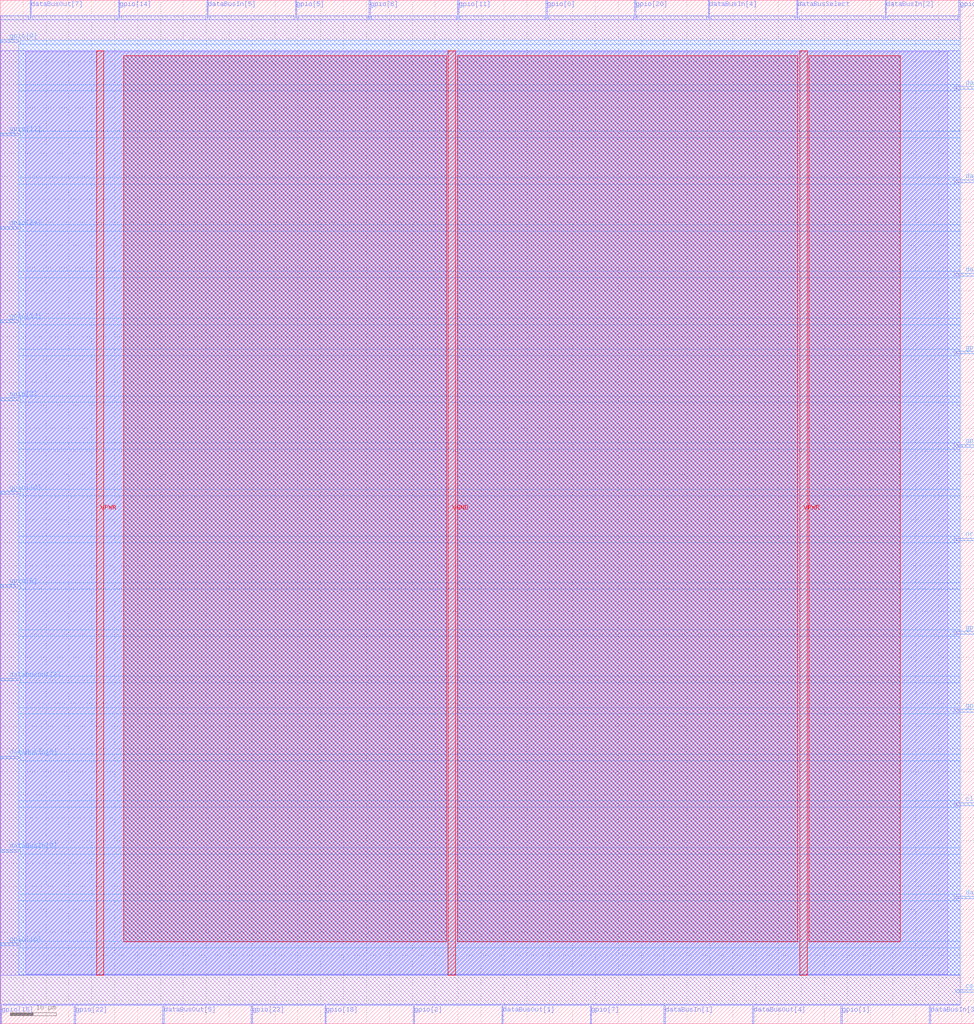
<source format=lef>
VERSION 5.7 ;
  NOWIREEXTENSIONATPIN ON ;
  DIVIDERCHAR "/" ;
  BUSBITCHARS "[]" ;
MACRO outel8227
  CLASS BLOCK ;
  FOREIGN outel8227 ;
  ORIGIN 0.000 0.000 ;
  SIZE 212.745 BY 223.465 ;
  PIN VGND
    DIRECTION INOUT ;
    USE GROUND ;
    PORT
      LAYER met4 ;
        RECT 97.840 10.640 99.440 212.400 ;
    END
  END VGND
  PIN VPWR
    DIRECTION INOUT ;
    USE POWER ;
    PORT
      LAYER met4 ;
        RECT 21.040 10.640 22.640 212.400 ;
    END
    PORT
      LAYER met4 ;
        RECT 174.640 10.640 176.240 212.400 ;
    END
  END VPWR
  PIN clk
    DIRECTION INPUT ;
    USE SIGNAL ;
    ANTENNAGATEAREA 0.852000 ;
    PORT
      LAYER met3 ;
        RECT 208.745 47.640 212.745 48.240 ;
    END
  END clk
  PIN cs
    DIRECTION INPUT ;
    USE SIGNAL ;
    PORT
      LAYER met3 ;
        RECT 208.745 6.840 212.745 7.440 ;
    END
  END cs
  PIN dataBusIn[0]
    DIRECTION INPUT ;
    USE SIGNAL ;
    ANTENNAGATEAREA 0.213000 ;
    PORT
      LAYER met3 ;
        RECT 0.000 37.440 4.000 38.040 ;
    END
  END dataBusIn[0]
  PIN dataBusIn[1]
    DIRECTION INPUT ;
    USE SIGNAL ;
    ANTENNAGATEAREA 0.247500 ;
    PORT
      LAYER met2 ;
        RECT 144.990 0.000 145.270 4.000 ;
    END
  END dataBusIn[1]
  PIN dataBusIn[2]
    DIRECTION INPUT ;
    USE SIGNAL ;
    ANTENNAGATEAREA 0.247500 ;
    PORT
      LAYER met2 ;
        RECT 193.290 219.465 193.570 223.465 ;
    END
  END dataBusIn[2]
  PIN dataBusIn[3]
    DIRECTION INPUT ;
    USE SIGNAL ;
    ANTENNAGATEAREA 0.213000 ;
    PORT
      LAYER met2 ;
        RECT 202.950 0.000 203.230 4.000 ;
    END
  END dataBusIn[3]
  PIN dataBusIn[4]
    DIRECTION INPUT ;
    USE SIGNAL ;
    ANTENNAGATEAREA 0.247500 ;
    PORT
      LAYER met2 ;
        RECT 154.650 219.465 154.930 223.465 ;
    END
  END dataBusIn[4]
  PIN dataBusIn[5]
    DIRECTION INPUT ;
    USE SIGNAL ;
    ANTENNAGATEAREA 0.213000 ;
    PORT
      LAYER met2 ;
        RECT 45.170 219.465 45.450 223.465 ;
    END
  END dataBusIn[5]
  PIN dataBusIn[6]
    DIRECTION INPUT ;
    USE SIGNAL ;
    ANTENNAGATEAREA 0.247500 ;
    PORT
      LAYER met3 ;
        RECT 0.000 57.840 4.000 58.440 ;
    END
  END dataBusIn[6]
  PIN dataBusIn[7]
    DIRECTION INPUT ;
    USE SIGNAL ;
    ANTENNAGATEAREA 0.159000 ;
    PORT
      LAYER met3 ;
        RECT 208.745 27.240 212.745 27.840 ;
    END
  END dataBusIn[7]
  PIN dataBusOut[0]
    DIRECTION OUTPUT TRISTATE ;
    USE SIGNAL ;
    ANTENNADIFFAREA 0.445500 ;
    PORT
      LAYER met3 ;
        RECT 208.745 183.640 212.745 184.240 ;
    END
  END dataBusOut[0]
  PIN dataBusOut[1]
    DIRECTION OUTPUT TRISTATE ;
    USE SIGNAL ;
    ANTENNADIFFAREA 0.795200 ;
    PORT
      LAYER met2 ;
        RECT 109.570 0.000 109.850 4.000 ;
    END
  END dataBusOut[1]
  PIN dataBusOut[2]
    DIRECTION OUTPUT TRISTATE ;
    USE SIGNAL ;
    ANTENNADIFFAREA 0.795200 ;
    PORT
      LAYER met3 ;
        RECT 0.000 74.840 4.000 75.440 ;
    END
  END dataBusOut[2]
  PIN dataBusOut[3]
    DIRECTION OUTPUT TRISTATE ;
    USE SIGNAL ;
    ANTENNADIFFAREA 0.445500 ;
    PORT
      LAYER met3 ;
        RECT 208.745 163.240 212.745 163.840 ;
    END
  END dataBusOut[3]
  PIN dataBusOut[4]
    DIRECTION OUTPUT TRISTATE ;
    USE SIGNAL ;
    ANTENNADIFFAREA 0.795200 ;
    PORT
      LAYER met2 ;
        RECT 164.310 0.000 164.590 4.000 ;
    END
  END dataBusOut[4]
  PIN dataBusOut[5]
    DIRECTION OUTPUT TRISTATE ;
    USE SIGNAL ;
    ANTENNADIFFAREA 0.795200 ;
    PORT
      LAYER met2 ;
        RECT 35.510 0.000 35.790 4.000 ;
    END
  END dataBusOut[5]
  PIN dataBusOut[6]
    DIRECTION OUTPUT TRISTATE ;
    USE SIGNAL ;
    ANTENNADIFFAREA 0.445500 ;
    PORT
      LAYER met3 ;
        RECT 208.745 204.040 212.745 204.640 ;
    END
  END dataBusOut[6]
  PIN dataBusOut[7]
    DIRECTION OUTPUT TRISTATE ;
    USE SIGNAL ;
    ANTENNADIFFAREA 0.795200 ;
    PORT
      LAYER met2 ;
        RECT 6.530 219.465 6.810 223.465 ;
    END
  END dataBusOut[7]
  PIN dataBusSelect
    DIRECTION OUTPUT TRISTATE ;
    USE SIGNAL ;
    ANTENNADIFFAREA 0.795200 ;
    PORT
      LAYER met2 ;
        RECT 173.970 219.465 174.250 223.465 ;
    END
  END dataBusSelect
  PIN gpio[0]
    DIRECTION INOUT ;
    USE SIGNAL ;
    ANTENNAGATEAREA 0.247500 ;
    ANTENNADIFFAREA 0.891000 ;
    PORT
      LAYER met2 ;
        RECT 119.230 219.465 119.510 223.465 ;
    END
  END gpio[0]
  PIN gpio[10]
    DIRECTION INOUT ;
    USE SIGNAL ;
    ANTENNAGATEAREA 0.126000 ;
    ANTENNADIFFAREA 0.891000 ;
    PORT
      LAYER met3 ;
        RECT 0.000 115.640 4.000 116.240 ;
    END
  END gpio[10]
  PIN gpio[11]
    DIRECTION INOUT ;
    USE SIGNAL ;
    ANTENNAGATEAREA 0.126000 ;
    ANTENNADIFFAREA 0.891000 ;
    PORT
      LAYER met2 ;
        RECT 99.910 219.465 100.190 223.465 ;
    END
  END gpio[11]
  PIN gpio[12]
    DIRECTION INOUT ;
    USE SIGNAL ;
    ANTENNAGATEAREA 0.126000 ;
    ANTENNADIFFAREA 0.891000 ;
    PORT
      LAYER met3 ;
        RECT 0.000 193.840 4.000 194.440 ;
    END
  END gpio[12]
  PIN gpio[13]
    DIRECTION INOUT ;
    USE SIGNAL ;
    ANTENNAGATEAREA 0.126000 ;
    ANTENNADIFFAREA 0.891000 ;
    PORT
      LAYER met3 ;
        RECT 0.000 153.040 4.000 153.640 ;
    END
  END gpio[13]
  PIN gpio[14]
    DIRECTION INOUT ;
    USE SIGNAL ;
    ANTENNAGATEAREA 0.126000 ;
    ANTENNADIFFAREA 0.891000 ;
    PORT
      LAYER met2 ;
        RECT 25.850 219.465 26.130 223.465 ;
    END
  END gpio[14]
  PIN gpio[15]
    DIRECTION INOUT ;
    USE SIGNAL ;
    ANTENNAGATEAREA 0.126000 ;
    ANTENNADIFFAREA 0.891000 ;
    PORT
      LAYER met2 ;
        RECT 0.090 0.000 0.370 4.000 ;
    END
  END gpio[15]
  PIN gpio[16]
    DIRECTION INOUT ;
    USE SIGNAL ;
    ANTENNAGATEAREA 0.495000 ;
    PORT
      LAYER met3 ;
        RECT 0.000 17.040 4.000 17.640 ;
    END
  END gpio[16]
  PIN gpio[17]
    DIRECTION INOUT ;
    USE SIGNAL ;
    ANTENNAGATEAREA 0.495000 ;
    PORT
      LAYER met3 ;
        RECT 208.745 146.240 212.745 146.840 ;
    END
  END gpio[17]
  PIN gpio[18]
    DIRECTION INOUT ;
    USE SIGNAL ;
    ANTENNAGATEAREA 0.495000 ;
    PORT
      LAYER met2 ;
        RECT 70.930 0.000 71.210 4.000 ;
    END
  END gpio[18]
  PIN gpio[19]
    DIRECTION INOUT ;
    USE SIGNAL ;
    ANTENNAGATEAREA 1.363500 ;
    PORT
      LAYER met3 ;
        RECT 208.745 125.840 212.745 126.440 ;
    END
  END gpio[19]
  PIN gpio[1]
    DIRECTION INOUT ;
    USE SIGNAL ;
    ANTENNAGATEAREA 0.247500 ;
    ANTENNADIFFAREA 0.891000 ;
    PORT
      LAYER met2 ;
        RECT 183.630 0.000 183.910 4.000 ;
    END
  END gpio[1]
  PIN gpio[20]
    DIRECTION INOUT ;
    USE SIGNAL ;
    ANTENNAGATEAREA 0.495000 ;
    PORT
      LAYER met2 ;
        RECT 138.550 219.465 138.830 223.465 ;
    END
  END gpio[20]
  PIN gpio[21]
    DIRECTION INOUT ;
    USE SIGNAL ;
    ANTENNAGATEAREA 0.247500 ;
    ANTENNADIFFAREA 1.075200 ;
    PORT
      LAYER met3 ;
        RECT 208.745 68.040 212.745 68.640 ;
    END
  END gpio[21]
  PIN gpio[22]
    DIRECTION INOUT ;
    USE SIGNAL ;
    ANTENNADIFFAREA 0.445500 ;
    PORT
      LAYER met2 ;
        RECT 16.190 0.000 16.470 4.000 ;
    END
  END gpio[22]
  PIN gpio[23]
    DIRECTION INOUT ;
    USE SIGNAL ;
    ANTENNADIFFAREA 0.445500 ;
    PORT
      LAYER met2 ;
        RECT 54.830 0.000 55.110 4.000 ;
    END
  END gpio[23]
  PIN gpio[24]
    DIRECTION INOUT ;
    USE SIGNAL ;
    ANTENNADIFFAREA 0.340600 ;
    PORT
      LAYER met3 ;
        RECT 0.000 173.440 4.000 174.040 ;
    END
  END gpio[24]
  PIN gpio[25]
    DIRECTION INOUT ;
    USE SIGNAL ;
    PORT
      LAYER met3 ;
        RECT 208.745 85.040 212.745 85.640 ;
    END
  END gpio[25]
  PIN gpio[2]
    DIRECTION INOUT ;
    USE SIGNAL ;
    ANTENNAGATEAREA 0.247500 ;
    ANTENNADIFFAREA 0.891000 ;
    PORT
      LAYER met2 ;
        RECT 90.250 0.000 90.530 4.000 ;
    END
  END gpio[2]
  PIN gpio[3]
    DIRECTION INOUT ;
    USE SIGNAL ;
    ANTENNAGATEAREA 0.247500 ;
    ANTENNADIFFAREA 0.891000 ;
    PORT
      LAYER met3 ;
        RECT 0.000 136.040 4.000 136.640 ;
    END
  END gpio[3]
  PIN gpio[4]
    DIRECTION INOUT ;
    USE SIGNAL ;
    ANTENNAGATEAREA 0.247500 ;
    ANTENNADIFFAREA 0.891000 ;
    PORT
      LAYER met2 ;
        RECT 209.390 219.465 209.670 223.465 ;
    END
  END gpio[4]
  PIN gpio[5]
    DIRECTION INOUT ;
    USE SIGNAL ;
    ANTENNAGATEAREA 0.247500 ;
    ANTENNADIFFAREA 0.891000 ;
    PORT
      LAYER met2 ;
        RECT 64.490 219.465 64.770 223.465 ;
    END
  END gpio[5]
  PIN gpio[6]
    DIRECTION INOUT ;
    USE SIGNAL ;
    ANTENNAGATEAREA 0.247500 ;
    ANTENNADIFFAREA 0.891000 ;
    PORT
      LAYER met2 ;
        RECT 80.590 219.465 80.870 223.465 ;
    END
  END gpio[6]
  PIN gpio[7]
    DIRECTION INOUT ;
    USE SIGNAL ;
    ANTENNAGATEAREA 0.247500 ;
    ANTENNADIFFAREA 0.891000 ;
    PORT
      LAYER met2 ;
        RECT 128.890 0.000 129.170 4.000 ;
    END
  END gpio[7]
  PIN gpio[8]
    DIRECTION INOUT ;
    USE SIGNAL ;
    ANTENNAGATEAREA 0.126000 ;
    ANTENNADIFFAREA 0.891000 ;
    PORT
      LAYER met3 ;
        RECT 0.000 95.240 4.000 95.840 ;
    END
  END gpio[8]
  PIN gpio[9]
    DIRECTION INOUT ;
    USE SIGNAL ;
    ANTENNAGATEAREA 0.126000 ;
    ANTENNADIFFAREA 0.891000 ;
    PORT
      LAYER met3 ;
        RECT 0.000 214.240 4.000 214.840 ;
    END
  END gpio[9]
  PIN nrst
    DIRECTION INPUT ;
    USE SIGNAL ;
    ANTENNAGATEAREA 0.196500 ;
    PORT
      LAYER met3 ;
        RECT 208.745 105.440 212.745 106.040 ;
    END
  END nrst
  OBS
      LAYER li1 ;
        RECT 5.520 10.795 207.000 212.245 ;
      LAYER met1 ;
        RECT 0.070 10.640 209.690 212.400 ;
      LAYER met2 ;
        RECT 0.100 219.185 6.250 220.050 ;
        RECT 7.090 219.185 25.570 220.050 ;
        RECT 26.410 219.185 44.890 220.050 ;
        RECT 45.730 219.185 64.210 220.050 ;
        RECT 65.050 219.185 80.310 220.050 ;
        RECT 81.150 219.185 99.630 220.050 ;
        RECT 100.470 219.185 118.950 220.050 ;
        RECT 119.790 219.185 138.270 220.050 ;
        RECT 139.110 219.185 154.370 220.050 ;
        RECT 155.210 219.185 173.690 220.050 ;
        RECT 174.530 219.185 193.010 220.050 ;
        RECT 193.850 219.185 209.110 220.050 ;
        RECT 0.100 4.280 209.670 219.185 ;
        RECT 0.650 4.000 15.910 4.280 ;
        RECT 16.750 4.000 35.230 4.280 ;
        RECT 36.070 4.000 54.550 4.280 ;
        RECT 55.390 4.000 70.650 4.280 ;
        RECT 71.490 4.000 89.970 4.280 ;
        RECT 90.810 4.000 109.290 4.280 ;
        RECT 110.130 4.000 128.610 4.280 ;
        RECT 129.450 4.000 144.710 4.280 ;
        RECT 145.550 4.000 164.030 4.280 ;
        RECT 164.870 4.000 183.350 4.280 ;
        RECT 184.190 4.000 202.670 4.280 ;
        RECT 203.510 4.000 209.670 4.280 ;
      LAYER met3 ;
        RECT 4.400 213.840 209.695 214.705 ;
        RECT 3.990 205.040 209.695 213.840 ;
        RECT 3.990 203.640 208.345 205.040 ;
        RECT 3.990 194.840 209.695 203.640 ;
        RECT 4.400 193.440 209.695 194.840 ;
        RECT 3.990 184.640 209.695 193.440 ;
        RECT 3.990 183.240 208.345 184.640 ;
        RECT 3.990 174.440 209.695 183.240 ;
        RECT 4.400 173.040 209.695 174.440 ;
        RECT 3.990 164.240 209.695 173.040 ;
        RECT 3.990 162.840 208.345 164.240 ;
        RECT 3.990 154.040 209.695 162.840 ;
        RECT 4.400 152.640 209.695 154.040 ;
        RECT 3.990 147.240 209.695 152.640 ;
        RECT 3.990 145.840 208.345 147.240 ;
        RECT 3.990 137.040 209.695 145.840 ;
        RECT 4.400 135.640 209.695 137.040 ;
        RECT 3.990 126.840 209.695 135.640 ;
        RECT 3.990 125.440 208.345 126.840 ;
        RECT 3.990 116.640 209.695 125.440 ;
        RECT 4.400 115.240 209.695 116.640 ;
        RECT 3.990 106.440 209.695 115.240 ;
        RECT 3.990 105.040 208.345 106.440 ;
        RECT 3.990 96.240 209.695 105.040 ;
        RECT 4.400 94.840 209.695 96.240 ;
        RECT 3.990 86.040 209.695 94.840 ;
        RECT 3.990 84.640 208.345 86.040 ;
        RECT 3.990 75.840 209.695 84.640 ;
        RECT 4.400 74.440 209.695 75.840 ;
        RECT 3.990 69.040 209.695 74.440 ;
        RECT 3.990 67.640 208.345 69.040 ;
        RECT 3.990 58.840 209.695 67.640 ;
        RECT 4.400 57.440 209.695 58.840 ;
        RECT 3.990 48.640 209.695 57.440 ;
        RECT 3.990 47.240 208.345 48.640 ;
        RECT 3.990 38.440 209.695 47.240 ;
        RECT 4.400 37.040 209.695 38.440 ;
        RECT 3.990 28.240 209.695 37.040 ;
        RECT 3.990 26.840 208.345 28.240 ;
        RECT 3.990 18.040 209.695 26.840 ;
        RECT 4.400 16.640 209.695 18.040 ;
        RECT 3.990 10.715 209.695 16.640 ;
      LAYER met4 ;
        RECT 26.975 17.855 97.440 211.305 ;
        RECT 99.840 17.855 174.240 211.305 ;
        RECT 176.640 17.855 196.585 211.305 ;
  END
END outel8227
END LIBRARY


</source>
